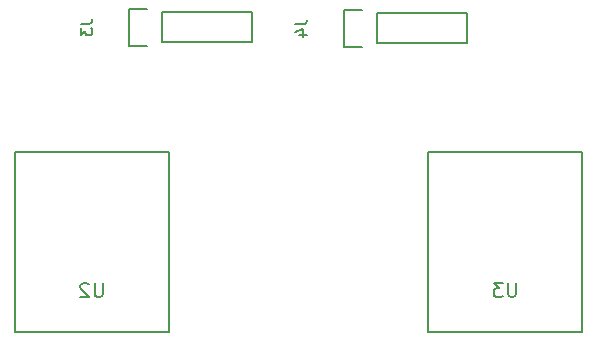
<source format=gbr>
G04 #@! TF.FileFunction,Legend,Bot*
%FSLAX46Y46*%
G04 Gerber Fmt 4.6, Leading zero omitted, Abs format (unit mm)*
G04 Created by KiCad (PCBNEW 4.0.6-e0-6349~53~ubuntu16.04.1) date Sat Jul 15 19:45:57 2017*
%MOMM*%
%LPD*%
G01*
G04 APERTURE LIST*
%ADD10C,0.100000*%
%ADD11C,0.150000*%
G04 APERTURE END LIST*
D10*
D11*
X85650000Y-83559000D02*
X85650000Y-98809000D01*
X85650000Y-98809000D02*
X98650000Y-98809000D01*
X98650000Y-98809000D02*
X98650000Y-83559000D01*
X98650000Y-83559000D02*
X85650000Y-83559000D01*
X63119000Y-71755000D02*
X70739000Y-71755000D01*
X63119000Y-74295000D02*
X70739000Y-74295000D01*
X60299000Y-74575000D02*
X61849000Y-74575000D01*
X70739000Y-71755000D02*
X70739000Y-74295000D01*
X63119000Y-74295000D02*
X63119000Y-71755000D01*
X61849000Y-71475000D02*
X60299000Y-71475000D01*
X60299000Y-71475000D02*
X60299000Y-74575000D01*
X81280000Y-71818500D02*
X88900000Y-71818500D01*
X81280000Y-74358500D02*
X88900000Y-74358500D01*
X78460000Y-74638500D02*
X80010000Y-74638500D01*
X88900000Y-71818500D02*
X88900000Y-74358500D01*
X81280000Y-74358500D02*
X81280000Y-71818500D01*
X80010000Y-71538500D02*
X78460000Y-71538500D01*
X78460000Y-71538500D02*
X78460000Y-74638500D01*
X50650000Y-83559000D02*
X50650000Y-98809000D01*
X50650000Y-98809000D02*
X63650000Y-98809000D01*
X63650000Y-98809000D02*
X63650000Y-83559000D01*
X63650000Y-83559000D02*
X50650000Y-83559000D01*
X93064286Y-94651857D02*
X93064286Y-95623286D01*
X93007143Y-95737571D01*
X92950000Y-95794714D01*
X92835714Y-95851857D01*
X92607143Y-95851857D01*
X92492857Y-95794714D01*
X92435714Y-95737571D01*
X92378571Y-95623286D01*
X92378571Y-94651857D01*
X91921428Y-94651857D02*
X91178571Y-94651857D01*
X91578571Y-95109000D01*
X91407143Y-95109000D01*
X91292857Y-95166143D01*
X91235714Y-95223286D01*
X91178571Y-95337571D01*
X91178571Y-95623286D01*
X91235714Y-95737571D01*
X91292857Y-95794714D01*
X91407143Y-95851857D01*
X91750000Y-95851857D01*
X91864286Y-95794714D01*
X91921428Y-95737571D01*
X56201381Y-72691667D02*
X56915667Y-72691667D01*
X57058524Y-72644047D01*
X57153762Y-72548809D01*
X57201381Y-72405952D01*
X57201381Y-72310714D01*
X56201381Y-73072619D02*
X56201381Y-73691667D01*
X56582333Y-73358333D01*
X56582333Y-73501191D01*
X56629952Y-73596429D01*
X56677571Y-73644048D01*
X56772810Y-73691667D01*
X57010905Y-73691667D01*
X57106143Y-73644048D01*
X57153762Y-73596429D01*
X57201381Y-73501191D01*
X57201381Y-73215476D01*
X57153762Y-73120238D01*
X57106143Y-73072619D01*
X74362381Y-72755167D02*
X75076667Y-72755167D01*
X75219524Y-72707547D01*
X75314762Y-72612309D01*
X75362381Y-72469452D01*
X75362381Y-72374214D01*
X74695714Y-73659929D02*
X75362381Y-73659929D01*
X74314762Y-73421833D02*
X75029048Y-73183738D01*
X75029048Y-73802786D01*
X58064286Y-94651857D02*
X58064286Y-95623286D01*
X58007143Y-95737571D01*
X57950000Y-95794714D01*
X57835714Y-95851857D01*
X57607143Y-95851857D01*
X57492857Y-95794714D01*
X57435714Y-95737571D01*
X57378571Y-95623286D01*
X57378571Y-94651857D01*
X56864286Y-94766143D02*
X56807143Y-94709000D01*
X56692857Y-94651857D01*
X56407143Y-94651857D01*
X56292857Y-94709000D01*
X56235714Y-94766143D01*
X56178571Y-94880429D01*
X56178571Y-94994714D01*
X56235714Y-95166143D01*
X56921428Y-95851857D01*
X56178571Y-95851857D01*
M02*

</source>
